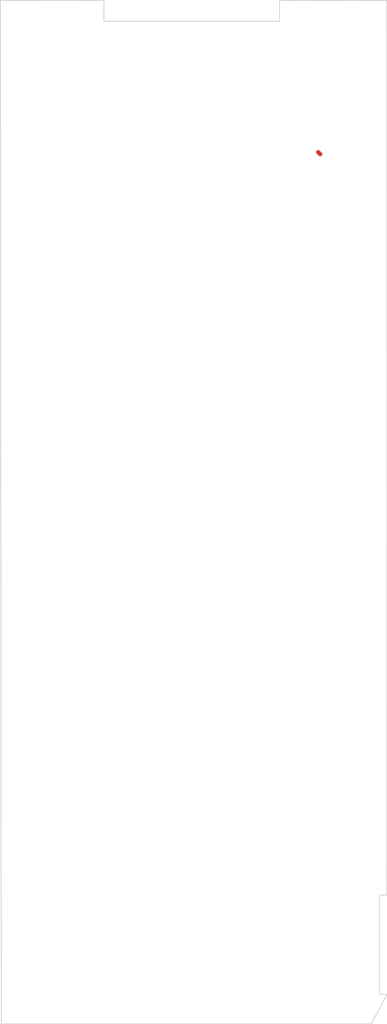
<source format=kicad_pcb>
(kicad_pcb (version 20211014) (generator pcbnew)

  (general
    (thickness 1.6)
  )

  (paper "User" 299.999 200)
  (title_block
    (title "TOTEM split keyboard")
    (date "2022-11-03")
    (rev "0.3")
    (comment 1 "Made by GEIST")
  )

  (layers
    (0 "F.Cu" signal)
    (31 "B.Cu" signal)
    (32 "B.Adhes" user "B.Adhesive")
    (33 "F.Adhes" user "F.Adhesive")
    (34 "B.Paste" user)
    (35 "F.Paste" user)
    (36 "B.SilkS" user "B.Silkscreen")
    (37 "F.SilkS" user "F.Silkscreen")
    (38 "B.Mask" user)
    (39 "F.Mask" user)
    (40 "Dwgs.User" user "User.Drawings")
    (41 "Cmts.User" user "User.Comments")
    (42 "Eco1.User" user "User.Eco1")
    (43 "Eco2.User" user "User.Eco2")
    (44 "Edge.Cuts" user)
    (45 "Margin" user)
    (46 "B.CrtYd" user "B.Courtyard")
    (47 "F.CrtYd" user "F.Courtyard")
    (48 "B.Fab" user)
    (49 "F.Fab" user)
    (50 "User.1" user)
    (51 "User.2" user)
    (52 "User.3" user)
    (53 "User.4" user)
    (54 "User.5" user)
    (55 "User.6" user)
    (56 "User.7" user)
    (57 "User.8" user)
    (58 "User.9" user)
  )

  (setup
    (stackup
      (layer "F.SilkS" (type "Top Silk Screen"))
      (layer "F.Paste" (type "Top Solder Paste"))
      (layer "F.Mask" (type "Top Solder Mask") (thickness 0.01))
      (layer "F.Cu" (type "copper") (thickness 0.035))
      (layer "dielectric 1" (type "core") (thickness 1.51) (material "FR4") (epsilon_r 4.5) (loss_tangent 0.02))
      (layer "B.Cu" (type "copper") (thickness 0.035))
      (layer "B.Mask" (type "Bottom Solder Mask") (thickness 0.01))
      (layer "B.Paste" (type "Bottom Solder Paste"))
      (layer "B.SilkS" (type "Bottom Silk Screen"))
      (copper_finish "None")
      (dielectric_constraints no)
    )
    (pad_to_mask_clearance 0)
    (pcbplotparams
      (layerselection 0x0001fff_ffffffff)
      (disableapertmacros false)
      (usegerberextensions true)
      (usegerberattributes false)
      (usegerberadvancedattributes false)
      (creategerberjobfile false)
      (svguseinch false)
      (svgprecision 6)
      (excludeedgelayer true)
      (plotframeref false)
      (viasonmask false)
      (mode 1)
      (useauxorigin false)
      (hpglpennumber 1)
      (hpglpenspeed 20)
      (hpglpendiameter 15.000000)
      (dxfpolygonmode true)
      (dxfimperialunits true)
      (dxfusepcbnewfont true)
      (psnegative false)
      (psa4output false)
      (plotreference true)
      (plotvalue false)
      (plotinvisibletext false)
      (sketchpadsonfab false)
      (subtractmaskfromsilk true)
      (outputformat 5)
      (mirror false)
      (drillshape 0)
      (scaleselection 1)
      (outputdirectory "Nova pasta/")
    )
  )

  (net 0 "")

  (gr_line (start 138.675 48.325) (end 138.675 47.075) (layer "Edge.Cuts") (width 0.05) (tstamp 062c47f4-2a9a-4cbd-9ab9-abb82fe15fde))
  (gr_line (start 145.099662 47.078268) (end 145.111662 73.614268) (layer "Edge.Cuts") (width 0.05) (tstamp 19d40126-81f0-46c1-9fad-4641348cc86b))
  (gr_line (start 128.15 48.325) (end 138.675 48.325) (layer "Edge.Cuts") (width 0.05) (tstamp 35f607dc-d8ce-4a4c-9219-1bff9b6dad53))
  (gr_line (start 144.175 108.3) (end 145.107662 106.546518) (layer "Edge.Cuts") (width 0.05) (tstamp 6080e2d3-026a-4445-aaba-1a02683e51bb))
  (gr_line (start 122 108.3) (end 144.175 108.3) (layer "Edge.Cuts") (width 0.05) (tstamp 62b523fe-b9f7-4ba7-b4e6-ef32e93356b9))
  (gr_line (start 138.675 47.075) (end 145.099662 47.078268) (layer "Edge.Cuts") (width 0.05) (tstamp 9235d7cc-ec90-4d2d-8cd7-4782ce63d7ab))
  (gr_line (start 121.947668 47.076518) (end 122 108.3) (layer "Edge.Cuts") (width 0.05) (tstamp b12ba4f1-cf85-4d14-978f-95e786379d06))
  (gr_line (start 128.15 47.075) (end 128.15 48.325) (layer "Edge.Cuts") (width 0.05) (tstamp b6d0f13a-7e3e-41c8-baf4-916cc8bfbe1e))
  (gr_line (start 144.675 106.525) (end 145.107662 106.546518) (layer "Edge.Cuts") (width 0.05) (tstamp c2a5ff5b-6a68-42be-8db0-2f05673f8105))
  (gr_line (start 144.675 100.6) (end 145.1 100.6) (layer "Edge.Cuts") (width 0.05) (tstamp d687f167-9581-4fdc-952b-27e051b0f3b2))
  (gr_line (start 144.675 106.525) (end 144.675 100.6) (layer "Edge.Cuts") (width 0.05) (tstamp e47c3bbb-6e37-421d-92c4-92041c9b949c))
  (gr_line (start 121.947668 47.076518) (end 128.15 47.075) (layer "Edge.Cuts") (width 0.05) (tstamp ef69036d-3923-46e5-8275-938d8540bd14))
  (gr_line (start 145.111662 73.614268) (end 145.1 100.6) (layer "Edge.Cuts") (width 0.05) (tstamp f5b2dd58-c9c9-4e70-87ed-2f23846c7e8b))

  (segment (start 140.988932 56.152695) (end 141.110162 56.273925) (width 0.25) (layer "F.Cu") (net 0) (tstamp 1cc3fc5b-8122-4cc8-a2ee-f12c81a0a712))

)

</source>
